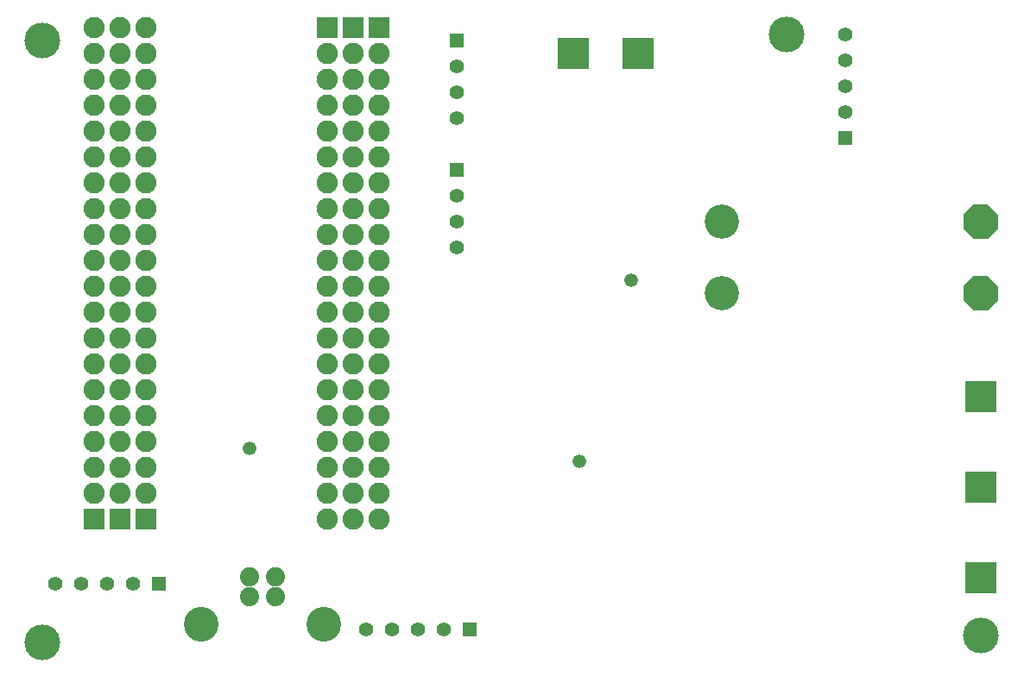
<source format=gbs>
G75*
%MOIN*%
%OFA0B0*%
%FSLAX25Y25*%
%IPPOS*%
%LPD*%
%AMOC8*
5,1,8,0,0,1.08239X$1,22.5*
%
%ADD10R,0.12000X0.12000*%
%ADD11C,0.13200*%
%ADD12OC8,0.13200*%
%ADD13R,0.08200X0.08200*%
%ADD14C,0.08200*%
%ADD15R,0.05550X0.05550*%
%ADD16C,0.05550*%
%ADD17C,0.07400*%
%ADD18C,0.13400*%
%ADD19C,0.13800*%
%ADD20C,0.05209*%
D10*
X0246333Y0267650D03*
X0271333Y0267650D03*
X0403833Y0135150D03*
X0403833Y0100150D03*
X0403833Y0065150D03*
D11*
X0303833Y0175150D03*
X0303833Y0202650D03*
D12*
X0403833Y0202650D03*
X0403833Y0175150D03*
D13*
X0171333Y0277650D03*
X0161333Y0277650D03*
X0151333Y0277650D03*
X0081333Y0087650D03*
X0071333Y0087650D03*
X0061333Y0087650D03*
D14*
X0061333Y0097650D03*
X0061333Y0107650D03*
X0071333Y0107650D03*
X0071333Y0097650D03*
X0081333Y0097650D03*
X0081333Y0107650D03*
X0081333Y0117650D03*
X0071333Y0117650D03*
X0061333Y0117650D03*
X0061333Y0127650D03*
X0071333Y0127650D03*
X0081333Y0127650D03*
X0081333Y0137650D03*
X0071333Y0137650D03*
X0061333Y0137650D03*
X0061333Y0147650D03*
X0061333Y0157650D03*
X0071333Y0157650D03*
X0071333Y0147650D03*
X0081333Y0147650D03*
X0081333Y0157650D03*
X0081333Y0167650D03*
X0071333Y0167650D03*
X0061333Y0167650D03*
X0061333Y0177650D03*
X0071333Y0177650D03*
X0081333Y0177650D03*
X0081333Y0187650D03*
X0071333Y0187650D03*
X0061333Y0187650D03*
X0061333Y0197650D03*
X0061333Y0207650D03*
X0071333Y0207650D03*
X0071333Y0197650D03*
X0081333Y0197650D03*
X0081333Y0207650D03*
X0081333Y0217650D03*
X0071333Y0217650D03*
X0061333Y0217650D03*
X0061333Y0227650D03*
X0071333Y0227650D03*
X0081333Y0227650D03*
X0081333Y0237650D03*
X0071333Y0237650D03*
X0061333Y0237650D03*
X0061333Y0247650D03*
X0071333Y0247650D03*
X0081333Y0247650D03*
X0081333Y0257650D03*
X0071333Y0257650D03*
X0061333Y0257650D03*
X0061333Y0267650D03*
X0061333Y0277650D03*
X0071333Y0277650D03*
X0071333Y0267650D03*
X0081333Y0267650D03*
X0081333Y0277650D03*
X0151333Y0267650D03*
X0151333Y0257650D03*
X0161333Y0257650D03*
X0161333Y0267650D03*
X0171333Y0267650D03*
X0171333Y0257650D03*
X0171333Y0247650D03*
X0161333Y0247650D03*
X0151333Y0247650D03*
X0151333Y0237650D03*
X0161333Y0237650D03*
X0171333Y0237650D03*
X0171333Y0227650D03*
X0161333Y0227650D03*
X0151333Y0227650D03*
X0151333Y0217650D03*
X0161333Y0217650D03*
X0171333Y0217650D03*
X0171333Y0207650D03*
X0161333Y0207650D03*
X0151333Y0207650D03*
X0151333Y0197650D03*
X0151333Y0187650D03*
X0161333Y0187650D03*
X0161333Y0197650D03*
X0171333Y0197650D03*
X0171333Y0187650D03*
X0171333Y0177650D03*
X0161333Y0177650D03*
X0151333Y0177650D03*
X0151333Y0167650D03*
X0161333Y0167650D03*
X0171333Y0167650D03*
X0171333Y0157650D03*
X0161333Y0157650D03*
X0151333Y0157650D03*
X0151333Y0147650D03*
X0151333Y0137650D03*
X0161333Y0137650D03*
X0161333Y0147650D03*
X0171333Y0147650D03*
X0171333Y0137650D03*
X0171333Y0127650D03*
X0161333Y0127650D03*
X0151333Y0127650D03*
X0151333Y0117650D03*
X0161333Y0117650D03*
X0171333Y0117650D03*
X0171333Y0107650D03*
X0161333Y0107650D03*
X0151333Y0107650D03*
X0151333Y0097650D03*
X0151333Y0087650D03*
X0161333Y0087650D03*
X0161333Y0097650D03*
X0171333Y0097650D03*
X0171333Y0087650D03*
D15*
X0206333Y0045150D03*
X0086333Y0062650D03*
X0201333Y0222650D03*
X0201333Y0272650D03*
X0351333Y0235150D03*
D16*
X0351333Y0245150D03*
X0351333Y0255150D03*
X0351333Y0265150D03*
X0351333Y0275150D03*
X0201333Y0262650D03*
X0201333Y0252650D03*
X0201333Y0242650D03*
X0201333Y0212650D03*
X0201333Y0202650D03*
X0201333Y0192650D03*
X0076333Y0062650D03*
X0066333Y0062650D03*
X0056333Y0062650D03*
X0046333Y0062650D03*
X0166333Y0045150D03*
X0176333Y0045150D03*
X0186333Y0045150D03*
X0196333Y0045150D03*
D17*
X0131255Y0057650D03*
X0131255Y0065450D03*
X0121412Y0065450D03*
X0121412Y0057650D03*
D18*
X0102633Y0046950D03*
X0150033Y0046950D03*
D19*
X0041333Y0040150D03*
X0041333Y0272650D03*
X0328833Y0275150D03*
X0403833Y0042650D03*
D20*
X0268833Y0180150D03*
X0248833Y0110150D03*
X0121333Y0115150D03*
M02*

</source>
